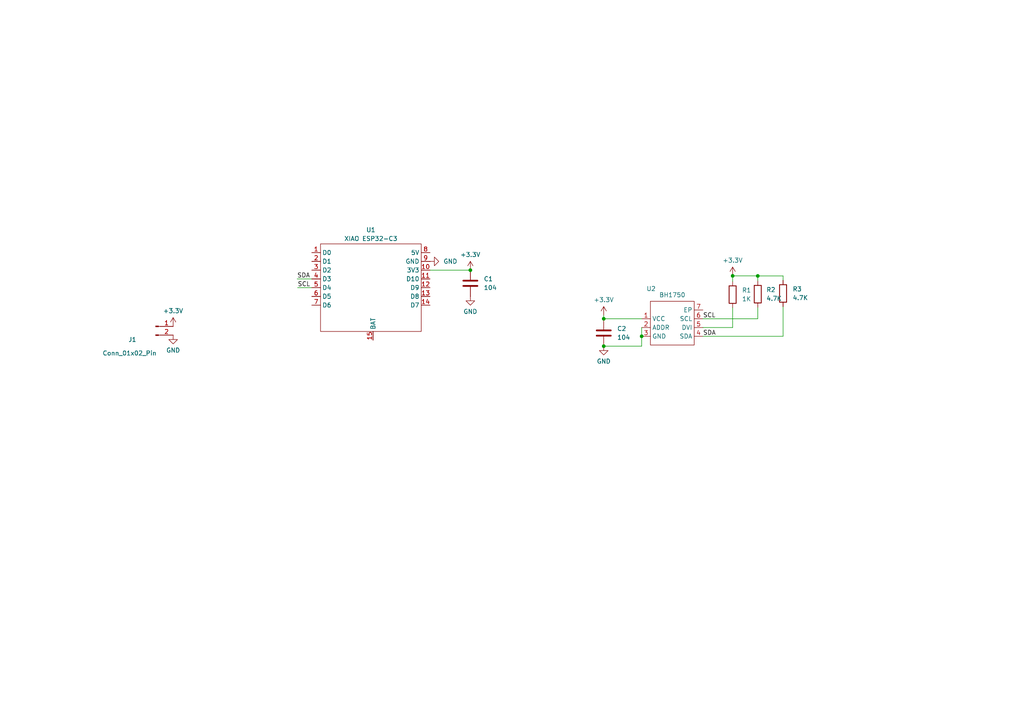
<source format=kicad_sch>
(kicad_sch
	(version 20250114)
	(generator "eeschema")
	(generator_version "9.0")
	(uuid "7ba2672a-eedb-423a-988c-0ba8822e3c68")
	(paper "A4")
	(lib_symbols
		(symbol "Connector:Conn_01x02_Pin"
			(pin_names
				(offset 1.016)
				(hide yes)
			)
			(exclude_from_sim no)
			(in_bom yes)
			(on_board yes)
			(property "Reference" "J"
				(at 0 2.54 0)
				(effects
					(font
						(size 1.27 1.27)
					)
				)
			)
			(property "Value" "Conn_01x02_Pin"
				(at 0 -5.08 0)
				(effects
					(font
						(size 1.27 1.27)
					)
				)
			)
			(property "Footprint" ""
				(at 0 0 0)
				(effects
					(font
						(size 1.27 1.27)
					)
					(hide yes)
				)
			)
			(property "Datasheet" "~"
				(at 0 0 0)
				(effects
					(font
						(size 1.27 1.27)
					)
					(hide yes)
				)
			)
			(property "Description" "Generic connector, single row, 01x02, script generated"
				(at 0 0 0)
				(effects
					(font
						(size 1.27 1.27)
					)
					(hide yes)
				)
			)
			(property "ki_locked" ""
				(at 0 0 0)
				(effects
					(font
						(size 1.27 1.27)
					)
				)
			)
			(property "ki_keywords" "connector"
				(at 0 0 0)
				(effects
					(font
						(size 1.27 1.27)
					)
					(hide yes)
				)
			)
			(property "ki_fp_filters" "Connector*:*_1x??_*"
				(at 0 0 0)
				(effects
					(font
						(size 1.27 1.27)
					)
					(hide yes)
				)
			)
			(symbol "Conn_01x02_Pin_1_1"
				(rectangle
					(start 0.8636 0.127)
					(end 0 -0.127)
					(stroke
						(width 0.1524)
						(type default)
					)
					(fill
						(type outline)
					)
				)
				(rectangle
					(start 0.8636 -2.413)
					(end 0 -2.667)
					(stroke
						(width 0.1524)
						(type default)
					)
					(fill
						(type outline)
					)
				)
				(polyline
					(pts
						(xy 1.27 0) (xy 0.8636 0)
					)
					(stroke
						(width 0.1524)
						(type default)
					)
					(fill
						(type none)
					)
				)
				(polyline
					(pts
						(xy 1.27 -2.54) (xy 0.8636 -2.54)
					)
					(stroke
						(width 0.1524)
						(type default)
					)
					(fill
						(type none)
					)
				)
				(pin passive line
					(at 5.08 0 180)
					(length 3.81)
					(name "Pin_1"
						(effects
							(font
								(size 1.27 1.27)
							)
						)
					)
					(number "1"
						(effects
							(font
								(size 1.27 1.27)
							)
						)
					)
				)
				(pin passive line
					(at 5.08 -2.54 180)
					(length 3.81)
					(name "Pin_2"
						(effects
							(font
								(size 1.27 1.27)
							)
						)
					)
					(number "2"
						(effects
							(font
								(size 1.27 1.27)
							)
						)
					)
				)
			)
			(embedded_fonts no)
		)
		(symbol "Device:C"
			(pin_numbers
				(hide yes)
			)
			(pin_names
				(offset 0.254)
			)
			(exclude_from_sim no)
			(in_bom yes)
			(on_board yes)
			(property "Reference" "C"
				(at 0.635 2.54 0)
				(effects
					(font
						(size 1.27 1.27)
					)
					(justify left)
				)
			)
			(property "Value" "C"
				(at 0.635 -2.54 0)
				(effects
					(font
						(size 1.27 1.27)
					)
					(justify left)
				)
			)
			(property "Footprint" ""
				(at 0.9652 -3.81 0)
				(effects
					(font
						(size 1.27 1.27)
					)
					(hide yes)
				)
			)
			(property "Datasheet" "~"
				(at 0 0 0)
				(effects
					(font
						(size 1.27 1.27)
					)
					(hide yes)
				)
			)
			(property "Description" "Unpolarized capacitor"
				(at 0 0 0)
				(effects
					(font
						(size 1.27 1.27)
					)
					(hide yes)
				)
			)
			(property "ki_keywords" "cap capacitor"
				(at 0 0 0)
				(effects
					(font
						(size 1.27 1.27)
					)
					(hide yes)
				)
			)
			(property "ki_fp_filters" "C_*"
				(at 0 0 0)
				(effects
					(font
						(size 1.27 1.27)
					)
					(hide yes)
				)
			)
			(symbol "C_0_1"
				(polyline
					(pts
						(xy -2.032 0.762) (xy 2.032 0.762)
					)
					(stroke
						(width 0.508)
						(type default)
					)
					(fill
						(type none)
					)
				)
				(polyline
					(pts
						(xy -2.032 -0.762) (xy 2.032 -0.762)
					)
					(stroke
						(width 0.508)
						(type default)
					)
					(fill
						(type none)
					)
				)
			)
			(symbol "C_1_1"
				(pin passive line
					(at 0 3.81 270)
					(length 2.794)
					(name "~"
						(effects
							(font
								(size 1.27 1.27)
							)
						)
					)
					(number "1"
						(effects
							(font
								(size 1.27 1.27)
							)
						)
					)
				)
				(pin passive line
					(at 0 -3.81 90)
					(length 2.794)
					(name "~"
						(effects
							(font
								(size 1.27 1.27)
							)
						)
					)
					(number "2"
						(effects
							(font
								(size 1.27 1.27)
							)
						)
					)
				)
			)
			(embedded_fonts no)
		)
		(symbol "Device:R"
			(pin_numbers
				(hide yes)
			)
			(pin_names
				(offset 0)
			)
			(exclude_from_sim no)
			(in_bom yes)
			(on_board yes)
			(property "Reference" "R"
				(at 2.032 0 90)
				(effects
					(font
						(size 1.27 1.27)
					)
				)
			)
			(property "Value" "R"
				(at 0 0 90)
				(effects
					(font
						(size 1.27 1.27)
					)
				)
			)
			(property "Footprint" ""
				(at -1.778 0 90)
				(effects
					(font
						(size 1.27 1.27)
					)
					(hide yes)
				)
			)
			(property "Datasheet" "~"
				(at 0 0 0)
				(effects
					(font
						(size 1.27 1.27)
					)
					(hide yes)
				)
			)
			(property "Description" "Resistor"
				(at 0 0 0)
				(effects
					(font
						(size 1.27 1.27)
					)
					(hide yes)
				)
			)
			(property "ki_keywords" "R res resistor"
				(at 0 0 0)
				(effects
					(font
						(size 1.27 1.27)
					)
					(hide yes)
				)
			)
			(property "ki_fp_filters" "R_*"
				(at 0 0 0)
				(effects
					(font
						(size 1.27 1.27)
					)
					(hide yes)
				)
			)
			(symbol "R_0_1"
				(rectangle
					(start -1.016 -2.54)
					(end 1.016 2.54)
					(stroke
						(width 0.254)
						(type default)
					)
					(fill
						(type none)
					)
				)
			)
			(symbol "R_1_1"
				(pin passive line
					(at 0 3.81 270)
					(length 1.27)
					(name "~"
						(effects
							(font
								(size 1.27 1.27)
							)
						)
					)
					(number "1"
						(effects
							(font
								(size 1.27 1.27)
							)
						)
					)
				)
				(pin passive line
					(at 0 -3.81 90)
					(length 1.27)
					(name "~"
						(effects
							(font
								(size 1.27 1.27)
							)
						)
					)
					(number "2"
						(effects
							(font
								(size 1.27 1.27)
							)
						)
					)
				)
			)
			(embedded_fonts no)
		)
		(symbol "Valve:BH1750"
			(exclude_from_sim no)
			(in_bom yes)
			(on_board yes)
			(property "Reference" "U"
				(at 0 0 0)
				(effects
					(font
						(size 1.27 1.27)
					)
				)
			)
			(property "Value" ""
				(at 0 0 0)
				(effects
					(font
						(size 1.27 1.27)
					)
				)
			)
			(property "Footprint" ""
				(at 0 0 0)
				(effects
					(font
						(size 1.27 1.27)
					)
					(hide yes)
				)
			)
			(property "Datasheet" ""
				(at 0 0 0)
				(effects
					(font
						(size 1.27 1.27)
					)
					(hide yes)
				)
			)
			(property "Description" ""
				(at 0 0 0)
				(effects
					(font
						(size 1.27 1.27)
					)
					(hide yes)
				)
			)
			(symbol "BH1750_1_1"
				(text_box ""
					(at 0 7.62 0)
					(size 12.7 -12.7)
					(margins 1.016 1.016 1.016 1.016)
					(stroke
						(width 0)
						(type solid)
					)
					(fill
						(type none)
					)
					(effects
						(font
							(size 1.27 1.27)
						)
						(justify left top)
					)
				)
				(pin input line
					(at -2.54 2.54 0)
					(length 2.54)
					(name "VCC"
						(effects
							(font
								(size 1.27 1.27)
							)
						)
					)
					(number "1"
						(effects
							(font
								(size 1.27 1.27)
							)
						)
					)
				)
				(pin input line
					(at -2.54 0 0)
					(length 2.54)
					(name "ADDR"
						(effects
							(font
								(size 1.27 1.27)
							)
						)
					)
					(number "2"
						(effects
							(font
								(size 1.27 1.27)
							)
						)
					)
				)
				(pin input line
					(at -2.54 -2.54 0)
					(length 2.54)
					(name "GND"
						(effects
							(font
								(size 1.27 1.27)
							)
						)
					)
					(number "3"
						(effects
							(font
								(size 1.27 1.27)
							)
						)
					)
				)
				(pin input line
					(at 15.24 5.08 180)
					(length 2.54)
					(name "EP"
						(effects
							(font
								(size 1.27 1.27)
							)
						)
					)
					(number "7"
						(effects
							(font
								(size 1.27 1.27)
							)
						)
					)
				)
				(pin input line
					(at 15.24 2.54 180)
					(length 2.54)
					(name "SCL"
						(effects
							(font
								(size 1.27 1.27)
							)
						)
					)
					(number "6"
						(effects
							(font
								(size 1.27 1.27)
							)
						)
					)
				)
				(pin input line
					(at 15.24 0 180)
					(length 2.54)
					(name "DVI"
						(effects
							(font
								(size 1.27 1.27)
							)
						)
					)
					(number "5"
						(effects
							(font
								(size 1.27 1.27)
							)
						)
					)
				)
				(pin input line
					(at 15.24 -2.54 180)
					(length 2.54)
					(name "SDA"
						(effects
							(font
								(size 1.27 1.27)
							)
						)
					)
					(number "4"
						(effects
							(font
								(size 1.27 1.27)
							)
						)
					)
				)
			)
			(embedded_fonts no)
		)
		(symbol "Valve:XIAO_ESP32-C3"
			(exclude_from_sim no)
			(in_bom yes)
			(on_board yes)
			(property "Reference" "U1"
				(at 14.605 5.334 0)
				(effects
					(font
						(size 1.27 1.27)
					)
				)
			)
			(property "Value" "XIAO ESP32-C3"
				(at 14.605 2.794 0)
				(effects
					(font
						(size 1.27 1.27)
					)
				)
			)
			(property "Footprint" ""
				(at 0 0 0)
				(effects
					(font
						(size 1.27 1.27)
					)
					(hide yes)
				)
			)
			(property "Datasheet" ""
				(at 0 0 0)
				(effects
					(font
						(size 1.27 1.27)
					)
					(hide yes)
				)
			)
			(property "Description" ""
				(at 0 0 0)
				(effects
					(font
						(size 1.27 1.27)
					)
					(hide yes)
				)
			)
			(symbol "XIAO_ESP32-C3_1_1"
				(text_box ""
					(at 0 1.27 0)
					(size 29.21 -25.4)
					(margins 1.016 1.016 1.016 1.016)
					(stroke
						(width 0)
						(type solid)
					)
					(fill
						(type none)
					)
					(effects
						(font
							(size 1.27 1.27)
						)
						(justify left top)
					)
				)
				(pin input line
					(at -2.54 -1.27 0)
					(length 2.54)
					(name "D0"
						(effects
							(font
								(size 1.27 1.27)
							)
						)
					)
					(number "1"
						(effects
							(font
								(size 1.27 1.27)
							)
						)
					)
				)
				(pin input line
					(at -2.54 -3.81 0)
					(length 2.54)
					(name "D1"
						(effects
							(font
								(size 1.27 1.27)
							)
						)
					)
					(number "2"
						(effects
							(font
								(size 1.27 1.27)
							)
						)
					)
				)
				(pin input line
					(at -2.54 -6.35 0)
					(length 2.54)
					(name "D2"
						(effects
							(font
								(size 1.27 1.27)
							)
						)
					)
					(number "3"
						(effects
							(font
								(size 1.27 1.27)
							)
						)
					)
				)
				(pin input line
					(at -2.54 -8.89 0)
					(length 2.54)
					(name "D3"
						(effects
							(font
								(size 1.27 1.27)
							)
						)
					)
					(number "4"
						(effects
							(font
								(size 1.27 1.27)
							)
						)
					)
				)
				(pin input line
					(at -2.54 -11.43 0)
					(length 2.54)
					(name "D4"
						(effects
							(font
								(size 1.27 1.27)
							)
						)
					)
					(number "5"
						(effects
							(font
								(size 1.27 1.27)
							)
						)
					)
				)
				(pin input line
					(at -2.54 -13.97 0)
					(length 2.54)
					(name "D5"
						(effects
							(font
								(size 1.27 1.27)
							)
						)
					)
					(number "6"
						(effects
							(font
								(size 1.27 1.27)
							)
						)
					)
				)
				(pin input line
					(at -2.54 -16.51 0)
					(length 2.54)
					(name "D6"
						(effects
							(font
								(size 1.27 1.27)
							)
						)
					)
					(number "7"
						(effects
							(font
								(size 1.27 1.27)
							)
						)
					)
				)
				(pin input line
					(at 15.24 -26.67 90)
					(length 2.54)
					(name "BAT"
						(effects
							(font
								(size 1.27 1.27)
							)
						)
					)
					(number "15"
						(effects
							(font
								(size 1.27 1.27)
							)
						)
					)
				)
				(pin input line
					(at 31.75 -1.27 180)
					(length 2.54)
					(name "5V"
						(effects
							(font
								(size 1.27 1.27)
							)
						)
					)
					(number "8"
						(effects
							(font
								(size 1.27 1.27)
							)
						)
					)
				)
				(pin input line
					(at 31.75 -3.81 180)
					(length 2.54)
					(name "GND"
						(effects
							(font
								(size 1.27 1.27)
							)
						)
					)
					(number "9"
						(effects
							(font
								(size 1.27 1.27)
							)
						)
					)
				)
				(pin input line
					(at 31.75 -6.35 180)
					(length 2.54)
					(name "3V3"
						(effects
							(font
								(size 1.27 1.27)
							)
						)
					)
					(number "10"
						(effects
							(font
								(size 1.27 1.27)
							)
						)
					)
				)
				(pin input line
					(at 31.75 -8.89 180)
					(length 2.54)
					(name "D10"
						(effects
							(font
								(size 1.27 1.27)
							)
						)
					)
					(number "11"
						(effects
							(font
								(size 1.27 1.27)
							)
						)
					)
				)
				(pin input line
					(at 31.75 -11.43 180)
					(length 2.54)
					(name "D9"
						(effects
							(font
								(size 1.27 1.27)
							)
						)
					)
					(number "12"
						(effects
							(font
								(size 1.27 1.27)
							)
						)
					)
				)
				(pin input line
					(at 31.75 -13.97 180)
					(length 2.54)
					(name "D8"
						(effects
							(font
								(size 1.27 1.27)
							)
						)
					)
					(number "13"
						(effects
							(font
								(size 1.27 1.27)
							)
						)
					)
				)
				(pin input line
					(at 31.75 -16.51 180)
					(length 2.54)
					(name "D7"
						(effects
							(font
								(size 1.27 1.27)
							)
						)
					)
					(number "14"
						(effects
							(font
								(size 1.27 1.27)
							)
						)
					)
				)
			)
			(embedded_fonts no)
		)
		(symbol "power:+3.3V"
			(power)
			(pin_numbers
				(hide yes)
			)
			(pin_names
				(offset 0)
				(hide yes)
			)
			(exclude_from_sim no)
			(in_bom yes)
			(on_board yes)
			(property "Reference" "#PWR"
				(at 0 -3.81 0)
				(effects
					(font
						(size 1.27 1.27)
					)
					(hide yes)
				)
			)
			(property "Value" "+3.3V"
				(at 0 3.556 0)
				(effects
					(font
						(size 1.27 1.27)
					)
				)
			)
			(property "Footprint" ""
				(at 0 0 0)
				(effects
					(font
						(size 1.27 1.27)
					)
					(hide yes)
				)
			)
			(property "Datasheet" ""
				(at 0 0 0)
				(effects
					(font
						(size 1.27 1.27)
					)
					(hide yes)
				)
			)
			(property "Description" "Power symbol creates a global label with name \"+3.3V\""
				(at 0 0 0)
				(effects
					(font
						(size 1.27 1.27)
					)
					(hide yes)
				)
			)
			(property "ki_keywords" "global power"
				(at 0 0 0)
				(effects
					(font
						(size 1.27 1.27)
					)
					(hide yes)
				)
			)
			(symbol "+3.3V_0_1"
				(polyline
					(pts
						(xy -0.762 1.27) (xy 0 2.54)
					)
					(stroke
						(width 0)
						(type default)
					)
					(fill
						(type none)
					)
				)
				(polyline
					(pts
						(xy 0 2.54) (xy 0.762 1.27)
					)
					(stroke
						(width 0)
						(type default)
					)
					(fill
						(type none)
					)
				)
				(polyline
					(pts
						(xy 0 0) (xy 0 2.54)
					)
					(stroke
						(width 0)
						(type default)
					)
					(fill
						(type none)
					)
				)
			)
			(symbol "+3.3V_1_1"
				(pin power_in line
					(at 0 0 90)
					(length 0)
					(name "~"
						(effects
							(font
								(size 1.27 1.27)
							)
						)
					)
					(number "1"
						(effects
							(font
								(size 1.27 1.27)
							)
						)
					)
				)
			)
			(embedded_fonts no)
		)
		(symbol "power:GND"
			(power)
			(pin_numbers
				(hide yes)
			)
			(pin_names
				(offset 0)
				(hide yes)
			)
			(exclude_from_sim no)
			(in_bom yes)
			(on_board yes)
			(property "Reference" "#PWR"
				(at 0 -6.35 0)
				(effects
					(font
						(size 1.27 1.27)
					)
					(hide yes)
				)
			)
			(property "Value" "GND"
				(at 0 -3.81 0)
				(effects
					(font
						(size 1.27 1.27)
					)
				)
			)
			(property "Footprint" ""
				(at 0 0 0)
				(effects
					(font
						(size 1.27 1.27)
					)
					(hide yes)
				)
			)
			(property "Datasheet" ""
				(at 0 0 0)
				(effects
					(font
						(size 1.27 1.27)
					)
					(hide yes)
				)
			)
			(property "Description" "Power symbol creates a global label with name \"GND\" , ground"
				(at 0 0 0)
				(effects
					(font
						(size 1.27 1.27)
					)
					(hide yes)
				)
			)
			(property "ki_keywords" "global power"
				(at 0 0 0)
				(effects
					(font
						(size 1.27 1.27)
					)
					(hide yes)
				)
			)
			(symbol "GND_0_1"
				(polyline
					(pts
						(xy 0 0) (xy 0 -1.27) (xy 1.27 -1.27) (xy 0 -2.54) (xy -1.27 -1.27) (xy 0 -1.27)
					)
					(stroke
						(width 0)
						(type default)
					)
					(fill
						(type none)
					)
				)
			)
			(symbol "GND_1_1"
				(pin power_in line
					(at 0 0 270)
					(length 0)
					(name "~"
						(effects
							(font
								(size 1.27 1.27)
							)
						)
					)
					(number "1"
						(effects
							(font
								(size 1.27 1.27)
							)
						)
					)
				)
			)
			(embedded_fonts no)
		)
	)
	(junction
		(at 175.1076 92.456)
		(diameter 0)
		(color 0 0 0 0)
		(uuid "455b9257-9081-4b51-b05b-fb4215cbbba0")
	)
	(junction
		(at 175.1076 100.4062)
		(diameter 0)
		(color 0 0 0 0)
		(uuid "46b59aac-57c1-478b-9783-720236c16b23")
	)
	(junction
		(at 219.7862 80.0354)
		(diameter 0)
		(color 0 0 0 0)
		(uuid "6b31c9bc-d0b6-4078-adbe-fcf3ad4a57fc")
	)
	(junction
		(at 212.4964 80.01)
		(diameter 0)
		(color 0 0 0 0)
		(uuid "ec8efc85-93a6-43de-862b-640b6f5e5580")
	)
	(junction
		(at 186.1058 97.536)
		(diameter 0)
		(color 0 0 0 0)
		(uuid "f0e94199-8d7f-4fb4-bb29-e7fc706e0351")
	)
	(junction
		(at 136.4234 78.359)
		(diameter 0)
		(color 0 0 0 0)
		(uuid "f79e0d87-f36d-41d0-8996-01b09dbd1cad")
	)
	(wire
		(pts
			(xy 212.4964 94.996) (xy 212.4964 89.2556)
		)
		(stroke
			(width 0)
			(type default)
		)
		(uuid "0bc2e7c1-82fd-4546-8e44-5c8369c818da")
	)
	(wire
		(pts
			(xy 175.1076 92.7862) (xy 175.1076 92.456)
		)
		(stroke
			(width 0)
			(type default)
		)
		(uuid "2e5ecb48-472b-42a8-ac8d-93ec8c695ce6")
	)
	(wire
		(pts
			(xy 124.714 78.359) (xy 136.4234 78.359)
		)
		(stroke
			(width 0)
			(type default)
		)
		(uuid "4122afda-65db-4da5-85bc-148b1cc1877f")
	)
	(wire
		(pts
			(xy 86.1822 80.899) (xy 90.424 80.899)
		)
		(stroke
			(width 0)
			(type default)
		)
		(uuid "435e8d85-999f-4a47-9f24-35de5daf972e")
	)
	(wire
		(pts
			(xy 203.8858 94.996) (xy 212.4964 94.996)
		)
		(stroke
			(width 0)
			(type default)
		)
		(uuid "4dc40c2f-d54e-45a5-9837-d1936bcccd99")
	)
	(wire
		(pts
			(xy 219.7862 80.0354) (xy 219.7862 80.01)
		)
		(stroke
			(width 0)
			(type default)
		)
		(uuid "657f5c00-025e-40a1-900b-2417303037dc")
	)
	(wire
		(pts
			(xy 227.1268 97.536) (xy 227.1268 88.9254)
		)
		(stroke
			(width 0)
			(type default)
		)
		(uuid "81e25947-80ba-4ebc-8da2-20c94fd3d9cd")
	)
	(wire
		(pts
			(xy 175.1076 92.456) (xy 175.1076 91.4654)
		)
		(stroke
			(width 0)
			(type default)
		)
		(uuid "82277fa3-b024-4906-b66c-db2f92d8b180")
	)
	(wire
		(pts
			(xy 175.1076 92.456) (xy 186.1058 92.456)
		)
		(stroke
			(width 0)
			(type default)
		)
		(uuid "957391f1-afeb-45c4-9527-b54e60ac43fb")
	)
	(wire
		(pts
			(xy 203.8858 97.536) (xy 227.1268 97.536)
		)
		(stroke
			(width 0)
			(type default)
		)
		(uuid "9979a9b3-b99b-40cf-83d8-5f5131bd58e5")
	)
	(wire
		(pts
			(xy 227.1268 80.0354) (xy 219.7862 80.0354)
		)
		(stroke
			(width 0)
			(type default)
		)
		(uuid "a5691d6e-9bf6-43c4-887d-41bc8b5bf553")
	)
	(wire
		(pts
			(xy 186.1058 100.4062) (xy 175.1076 100.4062)
		)
		(stroke
			(width 0)
			(type default)
		)
		(uuid "ac9a7fd1-6523-452b-b372-f26903178fe2")
	)
	(wire
		(pts
			(xy 212.4964 80.01) (xy 212.4964 81.6356)
		)
		(stroke
			(width 0)
			(type default)
		)
		(uuid "c04b47ad-5de9-4cda-beb4-cc20b5d3bd4f")
	)
	(wire
		(pts
			(xy 186.1058 97.536) (xy 186.1058 100.4062)
		)
		(stroke
			(width 0)
			(type default)
		)
		(uuid "c23b81c2-cff9-4d62-8769-3c39ac7bf709")
	)
	(wire
		(pts
			(xy 86.3092 83.439) (xy 90.424 83.439)
		)
		(stroke
			(width 0)
			(type default)
		)
		(uuid "c4db4e17-02e8-4b80-8cf5-f3996e962f8e")
	)
	(wire
		(pts
			(xy 219.7862 80.0354) (xy 219.7862 81.5086)
		)
		(stroke
			(width 0)
			(type default)
		)
		(uuid "c85f7a73-9dc0-4fa2-a4ec-120ae6552324")
	)
	(wire
		(pts
			(xy 186.1058 94.996) (xy 186.1058 97.536)
		)
		(stroke
			(width 0)
			(type default)
		)
		(uuid "d0b1a87f-50a5-4b16-b5b3-e5272f9d20a6")
	)
	(wire
		(pts
			(xy 227.1268 81.3054) (xy 227.1268 80.0354)
		)
		(stroke
			(width 0)
			(type default)
		)
		(uuid "d300c4f9-0066-49ce-b4b3-12f630d674b8")
	)
	(wire
		(pts
			(xy 203.8858 92.456) (xy 219.7862 92.456)
		)
		(stroke
			(width 0)
			(type default)
		)
		(uuid "de2ec7f8-b366-4d25-8228-ea5123574f85")
	)
	(wire
		(pts
			(xy 219.7862 80.01) (xy 212.4964 80.01)
		)
		(stroke
			(width 0)
			(type default)
		)
		(uuid "e63f58ba-919e-4282-ab70-71fd5962655f")
	)
	(wire
		(pts
			(xy 219.7862 92.456) (xy 219.7862 89.1286)
		)
		(stroke
			(width 0)
			(type default)
		)
		(uuid "f97538a4-a61c-4952-8ca0-c30d63e9ff41")
	)
	(label "SCL"
		(at 203.8858 92.456 0)
		(effects
			(font
				(size 1.27 1.27)
			)
			(justify left bottom)
		)
		(uuid "232de50f-15fa-431e-b356-903db97c37d4")
	)
	(label "SDA"
		(at 86.1822 80.899 0)
		(effects
			(font
				(size 1.27 1.27)
			)
			(justify left bottom)
		)
		(uuid "27405a86-bd83-4c65-acb8-68ebe9ed7350")
	)
	(label "SDA"
		(at 203.8858 97.536 0)
		(effects
			(font
				(size 1.27 1.27)
			)
			(justify left bottom)
		)
		(uuid "52026a72-e8f0-4bc3-8828-99a8811c11b8")
	)
	(label "SCL"
		(at 86.3092 83.439 0)
		(effects
			(font
				(size 1.27 1.27)
			)
			(justify left bottom)
		)
		(uuid "63a14767-41e5-4cce-917f-25c3fbcb7c89")
	)
	(symbol
		(lib_id "Valve:BH1750")
		(at 188.6458 94.996 0)
		(unit 1)
		(exclude_from_sim no)
		(in_bom yes)
		(on_board yes)
		(dnp no)
		(uuid "0a50bab8-5a6d-4f84-a711-0fbaffbd940f")
		(property "Reference" "U2"
			(at 188.849 83.7438 0)
			(effects
				(font
					(size 1.27 1.27)
				)
			)
		)
		(property "Value" "BH1750"
			(at 194.9958 85.5472 0)
			(effects
				(font
					(size 1.27 1.27)
				)
			)
		)
		(property "Footprint" ""
			(at 188.6458 94.996 0)
			(effects
				(font
					(size 1.27 1.27)
				)
				(hide yes)
			)
		)
		(property "Datasheet" ""
			(at 188.6458 94.996 0)
			(effects
				(font
					(size 1.27 1.27)
				)
				(hide yes)
			)
		)
		(property "Description" ""
			(at 188.6458 94.996 0)
			(effects
				(font
					(size 1.27 1.27)
				)
				(hide yes)
			)
		)
		(pin "7"
			(uuid "7d53097b-6612-4e48-a048-e826102fbd70")
		)
		(pin "1"
			(uuid "0ebd97f8-4fbe-4830-982d-09eb70525511")
		)
		(pin "2"
			(uuid "aee48123-13cb-47be-8ea9-90ebd9da0814")
		)
		(pin "6"
			(uuid "e986ef5a-6a41-4983-9eb7-7f97ab2fe959")
		)
		(pin "5"
			(uuid "6dbbbca6-a0cc-4663-8764-19cb48b7f07f")
		)
		(pin "3"
			(uuid "95466189-1075-4cc4-bdbe-332aaa3415ea")
		)
		(pin "4"
			(uuid "bcd75296-0618-469f-a7ab-f90846167af2")
		)
		(instances
			(project ""
				(path "/7ba2672a-eedb-423a-988c-0ba8822e3c68"
					(reference "U2")
					(unit 1)
				)
			)
		)
	)
	(symbol
		(lib_id "Device:C")
		(at 136.4234 82.169 0)
		(unit 1)
		(exclude_from_sim no)
		(in_bom yes)
		(on_board yes)
		(dnp no)
		(fields_autoplaced yes)
		(uuid "1c70732f-7668-4d2c-a080-9215777c8c58")
		(property "Reference" "C1"
			(at 140.2842 80.8989 0)
			(effects
				(font
					(size 1.27 1.27)
				)
				(justify left)
			)
		)
		(property "Value" "104"
			(at 140.2842 83.4389 0)
			(effects
				(font
					(size 1.27 1.27)
				)
				(justify left)
			)
		)
		(property "Footprint" ""
			(at 137.3886 85.979 0)
			(effects
				(font
					(size 1.27 1.27)
				)
				(hide yes)
			)
		)
		(property "Datasheet" "~"
			(at 136.4234 82.169 0)
			(effects
				(font
					(size 1.27 1.27)
				)
				(hide yes)
			)
		)
		(property "Description" "Unpolarized capacitor"
			(at 136.4234 82.169 0)
			(effects
				(font
					(size 1.27 1.27)
				)
				(hide yes)
			)
		)
		(pin "1"
			(uuid "a5c0cd84-0348-439a-851a-6ae42223ea1c")
		)
		(pin "2"
			(uuid "68a6f543-edb7-41ff-bf92-0f8c7090b61c")
		)
		(instances
			(project ""
				(path "/7ba2672a-eedb-423a-988c-0ba8822e3c68"
					(reference "C1")
					(unit 1)
				)
			)
		)
	)
	(symbol
		(lib_id "Valve:XIAO_ESP32-C3")
		(at 92.964 72.009 0)
		(unit 1)
		(exclude_from_sim no)
		(in_bom yes)
		(on_board yes)
		(dnp no)
		(fields_autoplaced yes)
		(uuid "220cde7e-3870-4923-8c51-d8620a9073cf")
		(property "Reference" "U1"
			(at 107.569 66.675 0)
			(effects
				(font
					(size 1.27 1.27)
				)
			)
		)
		(property "Value" "XIAO ESP32-C3"
			(at 107.569 69.215 0)
			(effects
				(font
					(size 1.27 1.27)
				)
			)
		)
		(property "Footprint" ""
			(at 92.964 72.009 0)
			(effects
				(font
					(size 1.27 1.27)
				)
				(hide yes)
			)
		)
		(property "Datasheet" ""
			(at 92.964 72.009 0)
			(effects
				(font
					(size 1.27 1.27)
				)
				(hide yes)
			)
		)
		(property "Description" ""
			(at 92.964 72.009 0)
			(effects
				(font
					(size 1.27 1.27)
				)
				(hide yes)
			)
		)
		(pin "5"
			(uuid "55e657a9-3b74-4458-a395-ae3674f1333f")
		)
		(pin "4"
			(uuid "3080c5e1-e629-4fc6-896e-d5cfb8f6a97c")
		)
		(pin "1"
			(uuid "1936b5ce-7a50-4900-9594-abf724b59acb")
		)
		(pin "2"
			(uuid "e71ac3b2-baf8-4c24-9e5a-b5379fdd4cbe")
		)
		(pin "3"
			(uuid "14127a51-ed10-4dc3-8b11-32af8a1e99ba")
		)
		(pin "15"
			(uuid "b7f88c72-4990-4364-bc14-b1a7c8fe87ef")
		)
		(pin "12"
			(uuid "a89476a4-de5d-4500-b361-a8764e1f37d8")
		)
		(pin "11"
			(uuid "d0e62152-6cdc-4efe-8621-7b091e8616cd")
		)
		(pin "10"
			(uuid "a1e22093-c2ed-4470-9647-899751a6a3e0")
		)
		(pin "8"
			(uuid "6baca0dd-ff0b-4c3a-a2b5-6750d99d419a")
		)
		(pin "6"
			(uuid "729513a8-1600-4310-8258-7b320cd9c1aa")
		)
		(pin "14"
			(uuid "94f6c4da-4f8d-4f52-9a58-38bf530117d8")
		)
		(pin "7"
			(uuid "54f50934-90e3-4648-b643-5768a834fa75")
		)
		(pin "13"
			(uuid "0d05d072-3932-4c65-9a7e-b234428ffd15")
		)
		(pin "9"
			(uuid "8ef6c932-1d60-42d2-bcd4-4a9839654bcd")
		)
		(instances
			(project ""
				(path "/7ba2672a-eedb-423a-988c-0ba8822e3c68"
					(reference "U1")
					(unit 1)
				)
			)
		)
	)
	(symbol
		(lib_id "power:+3.3V")
		(at 212.4964 80.01 0)
		(unit 1)
		(exclude_from_sim no)
		(in_bom yes)
		(on_board yes)
		(dnp no)
		(fields_autoplaced yes)
		(uuid "25ce6db3-7e1b-4a21-9354-73d73e8c18d0")
		(property "Reference" "#PWR08"
			(at 212.4964 83.82 0)
			(effects
				(font
					(size 1.27 1.27)
				)
				(hide yes)
			)
		)
		(property "Value" "+3.3V"
			(at 212.4964 75.5142 0)
			(effects
				(font
					(size 1.27 1.27)
				)
			)
		)
		(property "Footprint" ""
			(at 212.4964 80.01 0)
			(effects
				(font
					(size 1.27 1.27)
				)
				(hide yes)
			)
		)
		(property "Datasheet" ""
			(at 212.4964 80.01 0)
			(effects
				(font
					(size 1.27 1.27)
				)
				(hide yes)
			)
		)
		(property "Description" "Power symbol creates a global label with name \"+3.3V\""
			(at 212.4964 80.01 0)
			(effects
				(font
					(size 1.27 1.27)
				)
				(hide yes)
			)
		)
		(pin "1"
			(uuid "b7eaa8d0-7ef5-46d9-aaa9-fe288e02f91c")
		)
		(instances
			(project "Adaptive Ambient Fill Light System"
				(path "/7ba2672a-eedb-423a-988c-0ba8822e3c68"
					(reference "#PWR08")
					(unit 1)
				)
			)
		)
	)
	(symbol
		(lib_id "Device:C")
		(at 175.1076 96.5962 0)
		(unit 1)
		(exclude_from_sim no)
		(in_bom yes)
		(on_board yes)
		(dnp no)
		(fields_autoplaced yes)
		(uuid "2c66a810-44da-4d27-9a80-f2befadb65e3")
		(property "Reference" "C2"
			(at 178.9684 95.3261 0)
			(effects
				(font
					(size 1.27 1.27)
				)
				(justify left)
			)
		)
		(property "Value" "104"
			(at 178.9684 97.8661 0)
			(effects
				(font
					(size 1.27 1.27)
				)
				(justify left)
			)
		)
		(property "Footprint" ""
			(at 176.0728 100.4062 0)
			(effects
				(font
					(size 1.27 1.27)
				)
				(hide yes)
			)
		)
		(property "Datasheet" "~"
			(at 175.1076 96.5962 0)
			(effects
				(font
					(size 1.27 1.27)
				)
				(hide yes)
			)
		)
		(property "Description" "Unpolarized capacitor"
			(at 175.1076 96.5962 0)
			(effects
				(font
					(size 1.27 1.27)
				)
				(hide yes)
			)
		)
		(pin "1"
			(uuid "c086dddf-522d-48ba-9865-f63d7239aa2e")
		)
		(pin "2"
			(uuid "9e6148eb-75cf-495c-9535-9bc78e77ed4c")
		)
		(instances
			(project "Adaptive Ambient Fill Light System"
				(path "/7ba2672a-eedb-423a-988c-0ba8822e3c68"
					(reference "C2")
					(unit 1)
				)
			)
		)
	)
	(symbol
		(lib_id "Connector:Conn_01x02_Pin")
		(at 45.1358 94.6658 0)
		(unit 1)
		(exclude_from_sim no)
		(in_bom yes)
		(on_board yes)
		(dnp no)
		(uuid "2f0cf90d-935c-4a52-b807-0b712a348f54")
		(property "Reference" "J1"
			(at 38.4048 98.5012 0)
			(effects
				(font
					(size 1.27 1.27)
				)
			)
		)
		(property "Value" "Conn_01x02_Pin"
			(at 37.592 102.4382 0)
			(effects
				(font
					(size 1.27 1.27)
				)
			)
		)
		(property "Footprint" ""
			(at 45.1358 94.6658 0)
			(effects
				(font
					(size 1.27 1.27)
				)
				(hide yes)
			)
		)
		(property "Datasheet" "~"
			(at 45.1358 94.6658 0)
			(effects
				(font
					(size 1.27 1.27)
				)
				(hide yes)
			)
		)
		(property "Description" "Generic connector, single row, 01x02, script generated"
			(at 45.1358 94.6658 0)
			(effects
				(font
					(size 1.27 1.27)
				)
				(hide yes)
			)
		)
		(pin "2"
			(uuid "2be269f8-aece-4c58-b111-0c5e20a7d2b5")
		)
		(pin "1"
			(uuid "2d3aa0c7-62d2-4af8-ba1c-5c9461d529d3")
		)
		(instances
			(project ""
				(path "/7ba2672a-eedb-423a-988c-0ba8822e3c68"
					(reference "J1")
					(unit 1)
				)
			)
		)
	)
	(symbol
		(lib_id "power:GND")
		(at 136.4234 85.979 0)
		(unit 1)
		(exclude_from_sim no)
		(in_bom yes)
		(on_board yes)
		(dnp no)
		(fields_autoplaced yes)
		(uuid "347d859c-6ee9-4378-8a7e-e85851634220")
		(property "Reference" "#PWR04"
			(at 136.4234 92.329 0)
			(effects
				(font
					(size 1.27 1.27)
				)
				(hide yes)
			)
		)
		(property "Value" "GND"
			(at 136.4234 90.3732 0)
			(effects
				(font
					(size 1.27 1.27)
				)
			)
		)
		(property "Footprint" ""
			(at 136.4234 85.979 0)
			(effects
				(font
					(size 1.27 1.27)
				)
				(hide yes)
			)
		)
		(property "Datasheet" ""
			(at 136.4234 85.979 0)
			(effects
				(font
					(size 1.27 1.27)
				)
				(hide yes)
			)
		)
		(property "Description" "Power symbol creates a global label with name \"GND\" , ground"
			(at 136.4234 85.979 0)
			(effects
				(font
					(size 1.27 1.27)
				)
				(hide yes)
			)
		)
		(pin "1"
			(uuid "da7100e6-6ec1-4823-963a-ca6ea74f12fc")
		)
		(instances
			(project "Adaptive Ambient Fill Light System"
				(path "/7ba2672a-eedb-423a-988c-0ba8822e3c68"
					(reference "#PWR04")
					(unit 1)
				)
			)
		)
	)
	(symbol
		(lib_id "power:GND")
		(at 175.1076 100.4062 0)
		(unit 1)
		(exclude_from_sim no)
		(in_bom yes)
		(on_board yes)
		(dnp no)
		(fields_autoplaced yes)
		(uuid "431b1ef5-5ad4-498a-82c1-f60c8739c9f3")
		(property "Reference" "#PWR010"
			(at 175.1076 106.7562 0)
			(effects
				(font
					(size 1.27 1.27)
				)
				(hide yes)
			)
		)
		(property "Value" "GND"
			(at 175.1076 104.8004 0)
			(effects
				(font
					(size 1.27 1.27)
				)
			)
		)
		(property "Footprint" ""
			(at 175.1076 100.4062 0)
			(effects
				(font
					(size 1.27 1.27)
				)
				(hide yes)
			)
		)
		(property "Datasheet" ""
			(at 175.1076 100.4062 0)
			(effects
				(font
					(size 1.27 1.27)
				)
				(hide yes)
			)
		)
		(property "Description" "Power symbol creates a global label with name \"GND\" , ground"
			(at 175.1076 100.4062 0)
			(effects
				(font
					(size 1.27 1.27)
				)
				(hide yes)
			)
		)
		(pin "1"
			(uuid "5a945770-cefe-4da4-80a7-7800dbb2d5dd")
		)
		(instances
			(project "Adaptive Ambient Fill Light System"
				(path "/7ba2672a-eedb-423a-988c-0ba8822e3c68"
					(reference "#PWR010")
					(unit 1)
				)
			)
		)
	)
	(symbol
		(lib_id "Device:R")
		(at 227.1268 85.1154 0)
		(unit 1)
		(exclude_from_sim no)
		(in_bom yes)
		(on_board yes)
		(dnp no)
		(fields_autoplaced yes)
		(uuid "5e7eeb7d-d7dc-4241-9fb7-ecd03328bcc3")
		(property "Reference" "R3"
			(at 229.87 83.8453 0)
			(effects
				(font
					(size 1.27 1.27)
				)
				(justify left)
			)
		)
		(property "Value" "4.7K"
			(at 229.87 86.3853 0)
			(effects
				(font
					(size 1.27 1.27)
				)
				(justify left)
			)
		)
		(property "Footprint" ""
			(at 225.3488 85.1154 90)
			(effects
				(font
					(size 1.27 1.27)
				)
				(hide yes)
			)
		)
		(property "Datasheet" "~"
			(at 227.1268 85.1154 0)
			(effects
				(font
					(size 1.27 1.27)
				)
				(hide yes)
			)
		)
		(property "Description" "Resistor"
			(at 227.1268 85.1154 0)
			(effects
				(font
					(size 1.27 1.27)
				)
				(hide yes)
			)
		)
		(pin "1"
			(uuid "ae492dae-cef4-4c7d-97fd-ed15c378da07")
		)
		(pin "2"
			(uuid "786373f4-2085-44e2-ba04-864995de67c1")
		)
		(instances
			(project "Adaptive Ambient Fill Light System"
				(path "/7ba2672a-eedb-423a-988c-0ba8822e3c68"
					(reference "R3")
					(unit 1)
				)
			)
		)
	)
	(symbol
		(lib_id "power:GND")
		(at 50.2158 97.2058 0)
		(unit 1)
		(exclude_from_sim no)
		(in_bom yes)
		(on_board yes)
		(dnp no)
		(fields_autoplaced yes)
		(uuid "6ec5bc53-52dc-4686-91f4-c8562f410cec")
		(property "Reference" "#PWR02"
			(at 50.2158 103.5558 0)
			(effects
				(font
					(size 1.27 1.27)
				)
				(hide yes)
			)
		)
		(property "Value" "GND"
			(at 50.2158 101.6 0)
			(effects
				(font
					(size 1.27 1.27)
				)
			)
		)
		(property "Footprint" ""
			(at 50.2158 97.2058 0)
			(effects
				(font
					(size 1.27 1.27)
				)
				(hide yes)
			)
		)
		(property "Datasheet" ""
			(at 50.2158 97.2058 0)
			(effects
				(font
					(size 1.27 1.27)
				)
				(hide yes)
			)
		)
		(property "Description" "Power symbol creates a global label with name \"GND\" , ground"
			(at 50.2158 97.2058 0)
			(effects
				(font
					(size 1.27 1.27)
				)
				(hide yes)
			)
		)
		(pin "1"
			(uuid "de0a53f8-3efa-4c38-bfa0-21d4147edc7e")
		)
		(instances
			(project ""
				(path "/7ba2672a-eedb-423a-988c-0ba8822e3c68"
					(reference "#PWR02")
					(unit 1)
				)
			)
		)
	)
	(symbol
		(lib_id "power:+3.3V")
		(at 175.1076 91.4654 0)
		(unit 1)
		(exclude_from_sim no)
		(in_bom yes)
		(on_board yes)
		(dnp no)
		(fields_autoplaced yes)
		(uuid "89bf99b3-f167-42f2-b845-cda085c94080")
		(property "Reference" "#PWR09"
			(at 175.1076 95.2754 0)
			(effects
				(font
					(size 1.27 1.27)
				)
				(hide yes)
			)
		)
		(property "Value" "+3.3V"
			(at 175.1076 86.9696 0)
			(effects
				(font
					(size 1.27 1.27)
				)
			)
		)
		(property "Footprint" ""
			(at 175.1076 91.4654 0)
			(effects
				(font
					(size 1.27 1.27)
				)
				(hide yes)
			)
		)
		(property "Datasheet" ""
			(at 175.1076 91.4654 0)
			(effects
				(font
					(size 1.27 1.27)
				)
				(hide yes)
			)
		)
		(property "Description" "Power symbol creates a global label with name \"+3.3V\""
			(at 175.1076 91.4654 0)
			(effects
				(font
					(size 1.27 1.27)
				)
				(hide yes)
			)
		)
		(pin "1"
			(uuid "a3d32e86-afe5-4367-9a4d-d077a00445d0")
		)
		(instances
			(project "Adaptive Ambient Fill Light System"
				(path "/7ba2672a-eedb-423a-988c-0ba8822e3c68"
					(reference "#PWR09")
					(unit 1)
				)
			)
		)
	)
	(symbol
		(lib_id "Device:R")
		(at 219.7862 85.3186 0)
		(unit 1)
		(exclude_from_sim no)
		(in_bom yes)
		(on_board yes)
		(dnp no)
		(fields_autoplaced yes)
		(uuid "8ab57703-893a-4112-b1e0-756338ee18fd")
		(property "Reference" "R2"
			(at 222.25 84.0485 0)
			(effects
				(font
					(size 1.27 1.27)
				)
				(justify left)
			)
		)
		(property "Value" "4.7K"
			(at 222.25 86.5885 0)
			(effects
				(font
					(size 1.27 1.27)
				)
				(justify left)
			)
		)
		(property "Footprint" ""
			(at 218.0082 85.3186 90)
			(effects
				(font
					(size 1.27 1.27)
				)
				(hide yes)
			)
		)
		(property "Datasheet" "~"
			(at 219.7862 85.3186 0)
			(effects
				(font
					(size 1.27 1.27)
				)
				(hide yes)
			)
		)
		(property "Description" "Resistor"
			(at 219.7862 85.3186 0)
			(effects
				(font
					(size 1.27 1.27)
				)
				(hide yes)
			)
		)
		(pin "1"
			(uuid "96cabf72-5f6d-4699-b877-78e5feb57871")
		)
		(pin "2"
			(uuid "03771e36-e833-40a5-9174-936c7c221356")
		)
		(instances
			(project "Adaptive Ambient Fill Light System"
				(path "/7ba2672a-eedb-423a-988c-0ba8822e3c68"
					(reference "R2")
					(unit 1)
				)
			)
		)
	)
	(symbol
		(lib_id "power:+3.3V")
		(at 136.4234 78.359 0)
		(unit 1)
		(exclude_from_sim no)
		(in_bom yes)
		(on_board yes)
		(dnp no)
		(fields_autoplaced yes)
		(uuid "9ea2e784-98a2-4299-9a5b-d43bf396fd87")
		(property "Reference" "#PWR03"
			(at 136.4234 82.169 0)
			(effects
				(font
					(size 1.27 1.27)
				)
				(hide yes)
			)
		)
		(property "Value" "+3.3V"
			(at 136.4234 73.8632 0)
			(effects
				(font
					(size 1.27 1.27)
				)
			)
		)
		(property "Footprint" ""
			(at 136.4234 78.359 0)
			(effects
				(font
					(size 1.27 1.27)
				)
				(hide yes)
			)
		)
		(property "Datasheet" ""
			(at 136.4234 78.359 0)
			(effects
				(font
					(size 1.27 1.27)
				)
				(hide yes)
			)
		)
		(property "Description" "Power symbol creates a global label with name \"+3.3V\""
			(at 136.4234 78.359 0)
			(effects
				(font
					(size 1.27 1.27)
				)
				(hide yes)
			)
		)
		(pin "1"
			(uuid "460aac42-8d81-4f19-8958-6e5c98e9bb6b")
		)
		(instances
			(project "Adaptive Ambient Fill Light System"
				(path "/7ba2672a-eedb-423a-988c-0ba8822e3c68"
					(reference "#PWR03")
					(unit 1)
				)
			)
		)
	)
	(symbol
		(lib_id "power:+3.3V")
		(at 50.2158 94.6658 0)
		(unit 1)
		(exclude_from_sim no)
		(in_bom yes)
		(on_board yes)
		(dnp no)
		(fields_autoplaced yes)
		(uuid "ac50c8b3-1cd7-410a-9713-a2dd8e29216f")
		(property "Reference" "#PWR01"
			(at 50.2158 98.4758 0)
			(effects
				(font
					(size 1.27 1.27)
				)
				(hide yes)
			)
		)
		(property "Value" "+3.3V"
			(at 50.2158 90.17 0)
			(effects
				(font
					(size 1.27 1.27)
				)
			)
		)
		(property "Footprint" ""
			(at 50.2158 94.6658 0)
			(effects
				(font
					(size 1.27 1.27)
				)
				(hide yes)
			)
		)
		(property "Datasheet" ""
			(at 50.2158 94.6658 0)
			(effects
				(font
					(size 1.27 1.27)
				)
				(hide yes)
			)
		)
		(property "Description" "Power symbol creates a global label with name \"+3.3V\""
			(at 50.2158 94.6658 0)
			(effects
				(font
					(size 1.27 1.27)
				)
				(hide yes)
			)
		)
		(pin "1"
			(uuid "da38896b-66c5-4da5-9410-1e5b54b63ea2")
		)
		(instances
			(project ""
				(path "/7ba2672a-eedb-423a-988c-0ba8822e3c68"
					(reference "#PWR01")
					(unit 1)
				)
			)
		)
	)
	(symbol
		(lib_id "power:GND")
		(at 124.714 75.819 90)
		(unit 1)
		(exclude_from_sim no)
		(in_bom yes)
		(on_board yes)
		(dnp no)
		(fields_autoplaced yes)
		(uuid "d6fe1599-cd26-4087-96aa-eb83a814ebeb")
		(property "Reference" "#PWR05"
			(at 131.064 75.819 0)
			(effects
				(font
					(size 1.27 1.27)
				)
				(hide yes)
			)
		)
		(property "Value" "GND"
			(at 128.5824 75.8189 90)
			(effects
				(font
					(size 1.27 1.27)
				)
				(justify right)
			)
		)
		(property "Footprint" ""
			(at 124.714 75.819 0)
			(effects
				(font
					(size 1.27 1.27)
				)
				(hide yes)
			)
		)
		(property "Datasheet" ""
			(at 124.714 75.819 0)
			(effects
				(font
					(size 1.27 1.27)
				)
				(hide yes)
			)
		)
		(property "Description" "Power symbol creates a global label with name \"GND\" , ground"
			(at 124.714 75.819 0)
			(effects
				(font
					(size 1.27 1.27)
				)
				(hide yes)
			)
		)
		(pin "1"
			(uuid "c6bc633a-e8ff-4233-8696-c1bbbc477a9a")
		)
		(instances
			(project "Adaptive Ambient Fill Light System"
				(path "/7ba2672a-eedb-423a-988c-0ba8822e3c68"
					(reference "#PWR05")
					(unit 1)
				)
			)
		)
	)
	(symbol
		(lib_id "Device:R")
		(at 212.4964 85.4456 0)
		(unit 1)
		(exclude_from_sim no)
		(in_bom yes)
		(on_board yes)
		(dnp no)
		(fields_autoplaced yes)
		(uuid "ebe1f827-68b5-42a7-bcc9-a01e06a75532")
		(property "Reference" "R1"
			(at 215.1888 84.1755 0)
			(effects
				(font
					(size 1.27 1.27)
				)
				(justify left)
			)
		)
		(property "Value" "1K"
			(at 215.1888 86.7155 0)
			(effects
				(font
					(size 1.27 1.27)
				)
				(justify left)
			)
		)
		(property "Footprint" ""
			(at 210.7184 85.4456 90)
			(effects
				(font
					(size 1.27 1.27)
				)
				(hide yes)
			)
		)
		(property "Datasheet" "~"
			(at 212.4964 85.4456 0)
			(effects
				(font
					(size 1.27 1.27)
				)
				(hide yes)
			)
		)
		(property "Description" "Resistor"
			(at 212.4964 85.4456 0)
			(effects
				(font
					(size 1.27 1.27)
				)
				(hide yes)
			)
		)
		(pin "1"
			(uuid "55aceab9-04c3-46d6-91ff-849dfb21dc28")
		)
		(pin "2"
			(uuid "8a240c79-0630-4b26-9d25-1ae7399ff092")
		)
		(instances
			(project ""
				(path "/7ba2672a-eedb-423a-988c-0ba8822e3c68"
					(reference "R1")
					(unit 1)
				)
			)
		)
	)
	(sheet_instances
		(path "/"
			(page "1")
		)
	)
	(embedded_fonts no)
)

</source>
